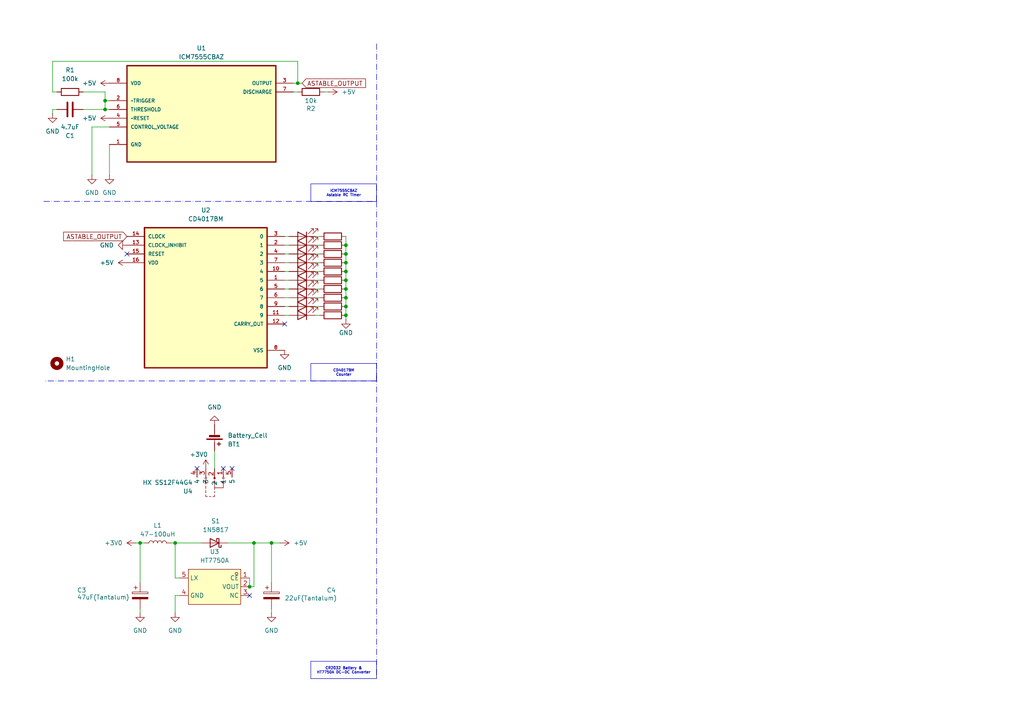
<source format=kicad_sch>
(kicad_sch (version 20231120) (generator "eeschema") (generator_version "8.0")
  (paper "A4")
  (lib_symbols
    (symbol "CD4017BM:CD4017BM" (pin_names (offset 1.016))
      (property "Reference" "U" (at -17.78 21.32 0))
      (property "Value" "CD4017BM" (at -17.78 -24.32 0))
      (symbol "CD4017BM_0_0"
        (rectangle (start -17.78 -20.32) (end 17.78 20.32) (stroke (width 0.41)) (fill (type background)))
        (pin output line (at 22.86 5.08 180) (length 5.08) (name "5") (number "1"))
        (pin output line (at 22.86 7.62 180) (length 5.08) (name "4") (number "10"))
        (pin output line (at 22.86 -5.08 180) (length 5.08) (name "9") (number "11"))
        (pin output line (at 22.86 -7.62 180) (length 5.08) (name "CARRY_OUT") (number "12"))
        (pin input line (at -22.86 15.24 0) (length 5.08) (name "CLOCK_INHIBIT") (number "13"))
        (pin input line (at -22.86 17.78 0) (length 5.08) (name "CLOCK") (number "14"))
        (pin input line (at -22.86 12.7 0) (length 5.08) (name "RESET") (number "15"))
        (pin input line (at -22.86 10.16 0) (length 5.08) (name "VDD") (number "16"))
        (pin output line (at 22.86 15.24 180) (length 5.08) (name "1") (number "2"))
        (pin output line (at 22.86 17.78 180) (length 5.08) (name "0") (number "3"))
        (pin output line (at 22.86 12.7 180) (length 5.08) (name "2") (number "4"))
        (pin output line (at 22.86 2.54 180) (length 5.08) (name "6") (number "5"))
        (pin output line (at 22.86 0 180) (length 5.08) (name "7") (number "6"))
        (pin output line (at 22.86 10.16 180) (length 5.08) (name "3") (number "7"))
        (pin power_in line (at 22.86 -15.24 180) (length 5.08) (name "VSS") (number "8"))
        (pin output line (at 22.86 -2.54 180) (length 5.08) (name "8") (number "9"))
      )
    )
    (symbol "Device:Battery_Cell" (pin_numbers hide) (pin_names (offset 0) hide)
      (property "Reference" "BT" (at 2.54 2.54 0))
      (property "Value" "Battery_Cell" (at 2.54 0 0))
      (symbol "Battery_Cell_0_1"
        (rectangle (start -2.286 1.778) (end 2.286 1.524) (fill (type outline)))
        (rectangle (start -1.524 1.016) (end 1.524 0.508) (fill (type outline)))
        (polyline (pts (xy 0 0.762) (xy 0 0)))
        (polyline (pts (xy 0 1.778) (xy 0 2.54)))
        (polyline (pts (xy 0.762 3.048) (xy 1.778 3.048)) (stroke (width 0.254)))
        (polyline (pts (xy 1.27 3.556) (xy 1.27 2.54)) (stroke (width 0.254)))
      )
      (symbol "Battery_Cell_1_1"
        (pin passive line (at 0 5.08 270) (length 2.54) (name "+") (number "1"))
        (pin passive line (at 0 -2.54 90) (length 2.54) (name "-") (number "2"))
      )
    )
    (symbol "Device:C" (pin_numbers hide) (pin_names (offset 0.254))
      (property "Reference" "C" (at 0.635 2.54 0))
      (property "Value" "C" (at 0.635 -2.54 0))
      (symbol "C_0_1"
        (polyline (pts (xy -2.032 -0.762) (xy 2.032 -0.762)) (stroke (width 0.508)))
        (polyline (pts (xy -2.032 0.762) (xy 2.032 0.762)) (stroke (width 0.508)))
      )
      (symbol "C_1_1"
        (pin passive line (at 0 3.81 270) (length 2.794) (name "~") (number "1"))
        (pin passive line (at 0 -3.81 90) (length 2.794) (name "~") (number "2"))
      )
    )
    (symbol "Device:C_Polarized" (pin_numbers hide) (pin_names (offset 0.254))
      (property "Reference" "C" (at 0.635 2.54 0))
      (property "Value" "C_Polarized" (at 0.635 -2.54 0))
      (symbol "C_Polarized_0_1"
        (rectangle (start -2.286 0.508) (end 2.286 1.016))
        (polyline (pts (xy -1.778 2.286) (xy -0.762 2.286)))
        (polyline (pts (xy -1.27 2.794) (xy -1.27 1.778)))
        (rectangle (start 2.286 -0.508) (end -2.286 -1.016) (fill (type outline)))
      )
      (symbol "C_Polarized_1_1"
        (pin passive line (at 0 3.81 270) (length 2.794) (name "~") (number "1"))
        (pin passive line (at 0 -3.81 90) (length 2.794) (name "~") (number "2"))
      )
    )
    (symbol "Device:L" (pin_numbers hide) (pin_names (offset 1.016) hide)
      (property "Reference" "L" (at -1.27 0 90))
      (property "Value" "L" (at 1.905 0 90))
      (symbol "L_0_1"
        (arc (start 0 -2.54) (mid 0.6323 -1.905) (end 0 -1.27))
        (arc (start 0 -1.27) (mid 0.6323 -0.635) (end 0 0))
        (arc (start 0 0) (mid 0.6323 0.635) (end 0 1.27))
        (arc (start 0 1.27) (mid 0.6323 1.905) (end 0 2.54))
      )
      (symbol "L_1_1"
        (pin passive line (at 0 3.81 270) (length 1.27) (name "1") (number "1"))
        (pin passive line (at 0 -3.81 90) (length 1.27) (name "2") (number "2"))
      )
    )
    (symbol "Device:LED" (pin_numbers hide) (pin_names (offset 1.016) hide)
      (property "Reference" "D" (at 0 2.54 0))
      (property "Value" "LED" (at 0 -2.54 0))
      (symbol "LED_0_1"
        (polyline (pts (xy -1.27 -1.27) (xy -1.27 1.27)) (stroke (width 0.254)))
        (polyline (pts (xy -1.27 0) (xy 1.27 0)))
        (polyline (pts (xy 1.27 -1.27) (xy 1.27 1.27) (xy -1.27 0) (xy 1.27 -1.27)) (stroke (width 0.254)))
        (polyline (pts (xy -3.048 -0.762) (xy -4.572 -2.286) (xy -3.81 -2.286) (xy -4.572 -2.286) (xy -4.572 -1.524)))
        (polyline (pts (xy -1.778 -0.762) (xy -3.302 -2.286) (xy -2.54 -2.286) (xy -3.302 -2.286) (xy -3.302 -1.524)))
      )
      (symbol "LED_1_1"
        (pin passive line (at -3.81 0 0) (length 2.54) (name "K") (number "1"))
        (pin passive line (at 3.81 0 180) (length 2.54) (name "A") (number "2"))
      )
    )
    (symbol "Device:R" (pin_numbers hide) (pin_names (offset 0))
      (property "Reference" "R" (at 2.032 0 90))
      (property "Value" "R" (at 0 0 90))
      (symbol "R_0_1"
        (rectangle (start -1.016 -2.54) (end 1.016 2.54) (stroke (width 0.254)))
      )
      (symbol "R_1_1"
        (pin passive line (at 0 3.81 270) (length 1.27) (name "~") (number "1"))
        (pin passive line (at 0 -3.81 90) (length 1.27) (name "~") (number "2"))
      )
    )
    (symbol "Diode:1N5817" (pin_numbers hide) (pin_names (offset 1.016) hide)
      (property "Reference" "D" (at 0 2.54 0))
      (property "Value" "1N5817" (at 0 -2.54 0))
      (symbol "1N5817_0_1"
        (polyline (pts (xy 1.27 0) (xy -1.27 0)))
        (polyline (pts (xy 1.27 1.27) (xy 1.27 -1.27) (xy -1.27 0) (xy 1.27 1.27)) (stroke (width 0.254)))
        (polyline (pts (xy -1.905 0.635) (xy -1.905 1.27) (xy -1.27 1.27) (xy -1.27 -1.27) (xy -0.635 -1.27) (xy -0.635 -0.635)) (stroke (width 0.254)))
      )
      (symbol "1N5817_1_1"
        (pin passive line (at -3.81 0 0) (length 2.54) (name "K") (number "1"))
        (pin passive line (at 3.81 0 180) (length 2.54) (name "A") (number "2"))
      )
    )
    (symbol "HT7750A:HT7750A_C259884"
      (property "Reference" "U" (at 0 7.62 0))
      (property "Value" "HT7750A_C259884" (at 0 -7.62 0))
      (symbol "HT7750A_C259884_0_1"
        (rectangle (start -7.62 5.08) (end 7.62 -5.08) (fill (type background)))
        (circle (center -6.35 3.81) (radius 0.38))
        (pin unspecified line (at -10.16 2.54 0) (length 2.54) (name "CE") (number "1"))
        (pin unspecified line (at -10.16 0 0) (length 2.54) (name "VOUT") (number "2"))
        (pin unspecified line (at -10.16 -2.54 0) (length 2.54) (name "NC") (number "3"))
        (pin unspecified line (at 10.16 -2.54 180) (length 2.54) (name "GND") (number "4"))
        (pin unspecified line (at 10.16 2.54 180) (length 2.54) (name "LX") (number "5"))
      )
    )
    (symbol "HXSS12F44G4:HXSS12F44G4"
      (property "Reference" "U" (at 0 2.54 0))
      (property "Value" "HX SS12F44G4" (at 0 -7.62 0))
      (symbol "HXSS12F44G4_0_1"
        (circle (center -2.54 0.25) (radius 0.25))
        (polyline (pts (xy -2.54 1.02) (xy -2.79 1.78)))
        (polyline (pts (xy -2.54 1.02) (xy -2.29 1.78)))
        (polyline (pts (xy 0 1.02) (xy -0.25 1.78)))
        (polyline (pts (xy 0 1.02) (xy 0.25 1.78)))
        (polyline (pts (xy 0 3.05) (xy 0 3.56)))
        (polyline (pts (xy 0 4.06) (xy 0 4.57)))
        (polyline (pts (xy 0 5.08) (xy 0 5.59)))
        (polyline (pts (xy 0 5.59) (xy 0.51 5.59)))
        (polyline (pts (xy 1.02 5.59) (xy 1.52 5.59)))
        (polyline (pts (xy 2.03 5.59) (xy 2.54 5.59)))
        (polyline (pts (xy 2.54 1.02) (xy 2.29 1.78)))
        (polyline (pts (xy 2.54 1.02) (xy 2.79 1.78)))
        (polyline (pts (xy 2.54 1.27) (xy 2.54 1.02)))
        (polyline (pts (xy 2.54 2.03) (xy 2.54 1.27)))
        (polyline (pts (xy 2.54 3.3) (xy 2.54 2.54)))
        (polyline (pts (xy 2.54 4.57) (xy 2.54 3.81)))
        (polyline (pts (xy 2.54 5.59) (xy 2.54 5.08)))
        (polyline (pts (xy -2.54 1.02) (xy -2.54 3.05) (xy 0 3.05) (xy 0 1.02)))
        (circle (center 0 0.25) (radius 0.25))
        (circle (center 2.54 0.25) (radius 0.25))
        (pin unspecified line (at -2.54 -2.54 90) (length 2.54) (name "1") (number "1"))
        (pin unspecified line (at 0 -2.54 90) (length 3.048) (name "2") (number "2"))
        (pin unspecified line (at 2.54 -2.54 90) (length 2.54) (name "3") (number "3"))
        (pin unspecified line (at 5.08 -2.54 90) (length 2.54) (name "4") (number "4"))
        (pin unspecified line (at -5.08 -2.54 90) (length 2.54) (name "5") (number "5"))
      )
    )
    (symbol "ICM7555CBAZ:ICM7555CBAZ" (pin_names (offset 1.016))
      (property "Reference" "U" (at -5.3654 14.2145 0))
      (property "Value" "ICM7555CBAZ" (at -4.4515 -22.7917 0))
      (symbol "ICM7555CBAZ_0_0"
        (rectangle (start -21.59 -17.78) (end 21.59 10.16) (stroke (width 0.4064)) (fill (type background)))
        (pin passive line (at -26.67 -12.7 0) (length 5.08) (name "GND") (number "1"))
        (pin input line (at -26.67 0 0) (length 5.08) (name "~TRIGGER") (number "2"))
        (pin output line (at 26.67 5.08 180) (length 5.08) (name "OUTPUT") (number "3"))
        (pin input line (at -26.67 -5.08 0) (length 5.08) (name "~RESET") (number "4"))
        (pin input line (at -26.67 -7.62 0) (length 5.08) (name "CONTROL_VOLTAGE") (number "5"))
        (pin input line (at -26.67 -2.54 0) (length 5.08) (name "THRESHOLD") (number "6"))
        (pin output line (at 26.67 2.54 180) (length 5.08) (name "DISCHARGE") (number "7"))
        (pin power_in line (at -26.67 5.08 0) (length 5.08) (name "VDD") (number "8"))
      )
    )
    (symbol "Mechanical:MountingHole" (pin_names (offset 1.016)) (exclude_from_sim yes) (in_bom no)
      (property "Reference" "H" (at 0 5.08 0))
      (property "Value" "MountingHole" (at 0 3.175 0))
      (symbol "MountingHole_0_1"
        (circle (center 0 0) (radius 1.27) (stroke (width 1.27)))
      )
    )
    (symbol "power:+3V0" (power) (pin_numbers hide) (pin_names (offset 0) hide)
      (property "Value" "+3V0" (at 0 3.556 0))
      (symbol "+3V0_0_1"
        (polyline (pts (xy -0.762 1.27) (xy 0 2.54)))
        (polyline (pts (xy 0 0) (xy 0 2.54)))
        (polyline (pts (xy 0 2.54) (xy 0.762 1.27)))
      )
      (symbol "+3V0_1_1"
        (pin power_in line (at 0 0 90) (length 0) (name "~") (number "1"))
      )
    )
    (symbol "power:+3V3" (power) (pin_numbers hide) (pin_names (offset 0) hide)
      (property "Value" "+3V3" (at 0 3.556 0))
      (symbol "+3V3_0_1"
        (polyline (pts (xy -0.762 1.27) (xy 0 2.54)))
        (polyline (pts (xy 0 0) (xy 0 2.54)))
        (polyline (pts (xy 0 2.54) (xy 0.762 1.27)))
      )
      (symbol "+3V3_1_1"
        (pin power_in line (at 0 0 90) (length 0) (name "~") (number "1"))
      )
    )
    (symbol "power:GND" (power) (pin_numbers hide) (pin_names (offset 0) hide)
      (property "Value" "GND" (at 0 -3.81 0))
      (symbol "GND_0_1"
        (polyline (pts (xy 0 0) (xy 0 -1.27) (xy 1.27 -1.27) (xy 0 -2.54) (xy -1.27 -1.27) (xy 0 -1.27)))
      )
      (symbol "GND_1_1"
        (pin power_in line (at 0 0 270) (length 0) (name "~") (number "1"))
      )
    )
  )
  (junction (at 100.33 91.44))
  (junction (at 100.33 83.82))
  (junction (at 72.39 170.18))
  (junction (at 100.33 86.36))
  (junction (at 100.33 76.2))
  (junction (at 78.74 157.48))
  (junction (at 30.48 29.21))
  (junction (at 73.66 157.48))
  (junction (at 40.64 157.48))
  (junction (at 30.48 31.75))
  (junction (at 100.33 81.28))
  (junction (at 100.33 73.66))
  (junction (at 100.33 78.74))
  (junction (at 100.33 71.12))
  (junction (at 86.36 24.13))
  (junction (at 100.33 88.9))
  (junction (at 50.8 157.48))
  (no_connect (at 82.55 93.98))
  (no_connect (at 64.77 135.89))
  (no_connect (at 72.39 172.72))
  (no_connect (at 67.31 135.89))
  (no_connect (at 36.83 73.66))
  (no_connect (at 57.15 135.89))
  (wire (pts (xy 30.48 29.21) (xy 30.48 31.75)))
  (wire (pts (xy 82.55 73.66) (xy 83.82 73.66)))
  (wire (pts (xy 30.48 31.75) (xy 24.13 31.75)))
  (wire (pts (xy 100.33 68.58) (xy 100.33 71.12)))
  (wire (pts (xy 24.13 26.67) (xy 30.48 26.67)))
  (wire (pts (xy 91.44 76.2) (xy 92.71 76.2)))
  (wire (pts (xy 30.48 29.21) (xy 31.75 29.21)))
  (wire (pts (xy 91.44 88.9) (xy 92.71 88.9)))
  (wire (pts (xy 82.55 83.82) (xy 83.82 83.82)))
  (wire (pts (xy 82.55 86.36) (xy 83.82 86.36)))
  (polyline (pts (xy 109.22 12.7) (xy 109.22 58.42)) (stroke (width 0) (type dash_dot)))
  (wire (pts (xy 31.75 31.75) (xy 30.48 31.75)))
  (wire (pts (xy 82.55 81.28) (xy 83.82 81.28)))
  (wire (pts (xy 73.66 157.48) (xy 66.04 157.48)))
  (wire (pts (xy 86.36 24.13) (xy 85.09 24.13)))
  (wire (pts (xy 100.33 73.66) (xy 100.33 76.2)))
  (wire (pts (xy 78.74 157.48) (xy 73.66 157.48)))
  (wire (pts (xy 78.74 177.8) (xy 78.74 176.53)))
  (wire (pts (xy 91.44 73.66) (xy 92.71 73.66)))
  (wire (pts (xy 100.33 78.74) (xy 100.33 81.28)))
  (wire (pts (xy 26.67 36.83) (xy 26.67 50.8)))
  (polyline (pts (xy 109.22 109.22) (xy 109.22 196.85)) (stroke (width 0) (type dash_dot)))
  (wire (pts (xy 26.67 36.83) (xy 31.75 36.83)))
  (wire (pts (xy 91.44 83.82) (xy 92.71 83.82)))
  (wire (pts (xy 82.55 76.2) (xy 83.82 76.2)))
  (polyline (pts (xy 109.22 110.49) (xy 12.7 110.49)) (stroke (width 0) (type dash_dot)))
  (polyline (pts (xy 12.7 58.42) (xy 109.22 58.42)) (stroke (width 0) (type dash_dot)))
  (wire (pts (xy 78.74 168.91) (xy 78.74 157.48)))
  (wire (pts (xy 15.24 17.78) (xy 15.24 26.67)))
  (wire (pts (xy 40.64 177.8) (xy 40.64 176.53)))
  (wire (pts (xy 72.39 170.18) (xy 73.66 170.18)))
  (wire (pts (xy 100.33 81.28) (xy 100.33 83.82)))
  (wire (pts (xy 62.23 130.81) (xy 62.23 135.89)))
  (wire (pts (xy 40.64 157.48) (xy 40.64 168.91)))
  (wire (pts (xy 91.44 71.12) (xy 92.71 71.12)))
  (wire (pts (xy 50.8 157.48) (xy 50.8 167.64)))
  (polyline (pts (xy 109.22 58.42) (xy 109.22 110.49)) (stroke (width 0) (type dash_dot)))
  (wire (pts (xy 82.55 68.58) (xy 83.82 68.58)))
  (wire (pts (xy 50.8 157.48) (xy 58.42 157.48)))
  (wire (pts (xy 15.24 31.75) (xy 15.24 33.02)))
  (wire (pts (xy 91.44 91.44) (xy 92.71 91.44)))
  (wire (pts (xy 92.71 81.28) (xy 91.44 81.28)))
  (wire (pts (xy 100.33 91.44) (xy 100.33 92.71)))
  (wire (pts (xy 50.8 167.64) (xy 52.07 167.64)))
  (wire (pts (xy 100.33 71.12) (xy 100.33 73.66)))
  (wire (pts (xy 100.33 83.82) (xy 100.33 86.36)))
  (wire (pts (xy 93.98 26.67) (xy 95.25 26.67)))
  (wire (pts (xy 86.36 24.13) (xy 87.63 24.13)))
  (wire (pts (xy 91.44 86.36) (xy 92.71 86.36)))
  (wire (pts (xy 50.8 177.8) (xy 50.8 172.72)))
  (wire (pts (xy 86.36 17.78) (xy 15.24 17.78)))
  (wire (pts (xy 82.55 78.74) (xy 83.82 78.74)))
  (wire (pts (xy 30.48 26.67) (xy 30.48 29.21)))
  (wire (pts (xy 15.24 31.75) (xy 16.51 31.75)))
  (wire (pts (xy 72.39 167.64) (xy 72.39 170.18)))
  (wire (pts (xy 31.75 41.91) (xy 31.75 50.8)))
  (wire (pts (xy 91.44 78.74) (xy 92.71 78.74)))
  (wire (pts (xy 49.53 157.48) (xy 50.8 157.48)))
  (wire (pts (xy 86.36 24.13) (xy 86.36 17.78)))
  (wire (pts (xy 100.33 86.36) (xy 100.33 88.9)))
  (wire (pts (xy 85.09 26.67) (xy 86.36 26.67)))
  (wire (pts (xy 15.24 26.67) (xy 16.51 26.67)))
  (wire (pts (xy 41.91 157.48) (xy 40.64 157.48)))
  (wire (pts (xy 100.33 88.9) (xy 100.33 91.44)))
  (wire (pts (xy 91.44 68.58) (xy 92.71 68.58)))
  (wire (pts (xy 50.8 172.72) (xy 52.07 172.72)))
  (wire (pts (xy 39.37 157.48) (xy 40.64 157.48)))
  (wire (pts (xy 100.33 76.2) (xy 100.33 78.74)))
  (wire (pts (xy 73.66 170.18) (xy 73.66 157.48)))
  (wire (pts (xy 82.55 91.44) (xy 83.82 91.44)))
  (wire (pts (xy 82.55 88.9) (xy 83.82 88.9)))
  (wire (pts (xy 78.74 157.48) (xy 81.28 157.48)))
  (wire (pts (xy 82.55 71.12) (xy 83.82 71.12)))
  (text_box "CR2032 Battery &\nHT7750A DC-DC Converter\n\n" (at 90.17 191.77 0) (size 19.05 5.08) (fill (type color) (color 255 255 255 1)) (effects (font (size 0.762 0.762))))
  (text_box "CD4017BM\nCounter" (at 90.17 105.41 0) (size 19.05 5.08) (fill (type color) (color 255 255 255 1)) (effects (font (size 0.762 0.762))))
  (text_box "ICM7555CBAZ \nAstable RC Timer\n" (at 90.17 53.34 0) (size 19.05 5.08) (fill (type color) (color 255 255 255 1)) (effects (font (size 0.762 0.762))))
  (global_label "ASTABLE_OUTPUT" (shape input) (at 87.63 24.13 0) (property "Intersheetrefs" "${INTERSHEET_REFS}" (effects (hide yes))))
  (global_label "ASTABLE_OUTPUT" (shape input) (at 36.83 68.58 180) (property "Intersheetrefs" "${INTERSHEET_REFS}" (effects (hide yes))))
  (symbol (lib_id "power:+3V3") (at 31.75 24.13 90) (unit 1)
    (property "Reference" "#PWR08" (effects (hide yes)))
    (property "Value" "+5V" (at 27.94 24.1299 90) (effects (justify left)))
    (property "Description" "Power symbol creates a global label with name \"+3V3\"" (effects (hide yes)))
  )
  (symbol (lib_id "Device:R") (at 96.52 78.74 90) (unit 1)
    (property "Reference" "R11" (effects (hide yes)))
    (property "Value" "3.3k" (effects (hide yes)))
    (property "Footprint" "FOOTPRINTS:0402WGJ0332TCE" (effects (hide yes)))
    (property "Description" "Resistor" (effects (hide yes)))
  )
  (symbol (lib_id "Device:R") (at 96.52 86.36 90) (unit 1)
    (property "Reference" "R8" (effects (hide yes)))
    (property "Value" "3.3k" (effects (hide yes)))
    (property "Footprint" "FOOTPRINTS:0402WGJ0332TCE" (effects (hide yes)))
    (property "Description" "Resistor" (effects (hide yes)))
  )
  (symbol (lib_id "Device:R") (at 96.52 91.44 90) (unit 1)
    (property "Reference" "R12" (effects (hide yes)))
    (property "Value" "3.3k" (effects (hide yes)))
    (property "Footprint" "FOOTPRINTS:0402WGJ0332TCE" (effects (hide yes)))
    (property "Description" "Resistor" (effects (hide yes)))
  )
  (symbol (lib_id "Device:R") (at 96.52 88.9 90) (unit 1)
    (property "Reference" "R10" (effects (hide yes)))
    (property "Value" "3.3k" (effects (hide yes)))
    (property "Footprint" "FOOTPRINTS:0402WGJ0332TCE" (effects (hide yes)))
    (property "Description" "Resistor" (effects (hide yes)))
  )
  (symbol (lib_id "power:GND") (at 40.64 177.8 0) (unit 1)
    (property "Reference" "#PWR013" (effects (hide yes)))
    (property "Value" "GND" (at 40.64 182.88 0))
    (property "Description" "Power symbol creates a global label with name \"GND\" , ground" (effects (hide yes)))
  )
  (symbol (lib_id "Device:LED") (at 87.63 81.28 180) (unit 1)
    (property "Reference" "D1" (effects (hide yes)))
    (property "Value" "LED" (effects (hide yes)))
    (property "Footprint" "LED_THT:LED_D3.0mm" (effects (hide yes)))
    (property "Description" "Light emitting diode" (effects (hide yes)))
  )
  (symbol (lib_id "power:GND") (at 36.83 71.12 270) (unit 1)
    (property "Reference" "#PWR04" (effects (hide yes)))
    (property "Value" "GND" (at 33.02 71.1199 90) (effects (justify right)))
    (property "Description" "Power symbol creates a global label with name \"GND\" , ground" (effects (hide yes)))
  )
  (symbol (lib_id "Device:R") (at 96.52 71.12 90) (unit 1)
    (property "Reference" "R4" (effects (hide yes)))
    (property "Value" "3.3k" (effects (hide yes)))
    (property "Footprint" "FOOTPRINTS:0402WGJ0332TCE" (effects (hide yes)))
    (property "Description" "Resistor" (effects (hide yes)))
  )
  (symbol (lib_id "power:+3V0") (at 59.69 135.89 0) (unit 1)
    (property "Reference" "#PWR07" (effects (hide yes)))
    (property "Value" "+3V0" (at 57.658 131.826 0))
    (property "Description" "Power symbol creates a global label with name \"+3V0\"" (effects (hide yes)))
  )
  (symbol (lib_id "power:+3V0") (at 39.37 157.48 90) (unit 1)
    (property "Reference" "#PWR015" (effects (hide yes)))
    (property "Value" "+3V0" (at 35.56 157.4799 90) (effects (justify left)))
    (property "Description" "Power symbol creates a global label with name \"+3V0\"" (effects (hide yes)))
  )
  (symbol (lib_id "Device:C_Polarized") (at 40.64 172.72 0) (unit 1)
    (property "Reference" "C3" (at 22.352 171.196 0) (effects (justify left)))
    (property "Value" "47uF(Tantalum)" (at 22.352 173.228 0) (effects (justify left)))
    (property "Footprint" "FOOTPRINTS:TAJA476K006RNJ" (effects (hide yes)))
    (property "Description" "Polarized capacitor" (effects (hide yes)))
  )
  (symbol (lib_id "Device:LED") (at 87.63 91.44 180) (unit 1)
    (property "Reference" "D10" (effects (hide yes)))
    (property "Value" "LED" (effects (hide yes)))
    (property "Footprint" "LED_THT:LED_D3.0mm" (effects (hide yes)))
    (property "Description" "Light emitting diode" (effects (hide yes)))
  )
  (symbol (lib_id "Device:R") (at 20.32 26.67 270) (unit 1)
    (property "Reference" "R1" (at 20.32 20.32 90))
    (property "Value" "100k" (at 20.32 22.86 90))
    (property "Footprint" "FOOTPRINTS:0603WAJ0104T5E" (effects (hide yes)))
    (property "Description" "Resistor" (effects (hide yes)))
  )
  (symbol (lib_id "Device:C") (at 20.32 31.75 270) (mirror x) (unit 1)
    (property "Reference" "C1" (at 20.32 39.37 90))
    (property "Value" "4.7uF" (at 20.32 36.83 90))
    (property "Footprint" "FOOTPRINTS:CL10A475KP8NNNC" (effects (hide yes)))
    (property "Description" "Unpolarized capacitor" (effects (hide yes)))
  )
  (symbol (lib_id "power:GND") (at 82.55 101.6 0) (unit 1)
    (property "Reference" "#PWR05" (effects (hide yes)))
    (property "Value" "GND" (at 82.55 106.68 0))
    (property "Description" "Power symbol creates a global label with name \"GND\" , ground" (effects (hide yes)))
  )
  (symbol (lib_id "power:GND") (at 31.75 50.8 0) (unit 1)
    (property "Reference" "#PWR01" (effects (hide yes)))
    (property "Value" "GND" (at 31.75 55.88 0))
    (property "Description" "Power symbol creates a global label with name \"GND\" , ground" (effects (hide yes)))
  )
  (symbol (lib_id "ICM7555CBAZ:ICM7555CBAZ") (at 58.42 29.21 0) (unit 1)
    (property "Reference" "U1" (at 58.42 13.97 0))
    (property "Value" "ICM7555CBAZ" (at 58.42 16.51 0))
    (property "Footprint" "FOOTPRINTS:ICM7555CBAZ" (effects (hide yes)))
    (property "MF" "Renesas Electronics America Inc" (effects (hide yes)))
    (property "Description_1" "\n                        \n                            555 Type, Timer/Oscillator (Single) IC 1MHz 8-SOIC\n                        \n" (effects (hide yes)))
    (property "PACKAGE" "8-SOIC" (effects (hide yes)))
    (property "MPN" "ICM7555CBAZ" (effects (hide yes)))
    (property "Price" "None" (effects (hide yes)))
    (property "Package" "SOIC-8 Renesas Electronics America Inc" (effects (hide yes)))
    (property "OC_FARNELL" "1561939" (effects (hide yes)))
    (property "SnapEDA_Link" "https://www.snapeda.com/parts/ICM7555CBAZ/Renesas/view-part/?ref=snap" (effects (hide yes)))
    (property "MP" "ICM7555CBAZ" (effects (hide yes)))
    (property "SUPPLIER" "Intersil" (effects (hide yes)))
    (property "OC_NEWARK" "57K3899" (effects (hide yes)))
    (property "Availability" "In Stock" (effects (hide yes)))
    (property "Check_prices" "https://www.snapeda.com/parts/ICM7555CBAZ/Renesas/view-part/?ref=eda" (effects (hide yes)))
  )
  (symbol (lib_id "power:+3V3") (at 95.25 26.67 270) (mirror x) (unit 1)
    (property "Reference" "#PWR011" (effects (hide yes)))
    (property "Value" "+5V" (at 99.06 26.6699 90) (effects (justify left)))
    (property "Description" "Power symbol creates a global label with name \"+3V3\"" (effects (hide yes)))
  )
  (symbol (lib_id "Device:R") (at 96.52 73.66 90) (unit 1)
    (property "Reference" "R6" (effects (hide yes)))
    (property "Value" "3.3k" (effects (hide yes)))
    (property "Footprint" "FOOTPRINTS:0402WGJ0332TCE" (effects (hide yes)))
    (property "Description" "Resistor" (effects (hide yes)))
  )
  (symbol (lib_id "Device:LED") (at 87.63 68.58 180) (unit 1)
    (property "Reference" "D3" (effects (hide yes)))
    (property "Value" "LED" (effects (hide yes)))
    (property "Footprint" "LED_THT:LED_D3.0mm" (effects (hide yes)))
    (property "Description" "Light emitting diode" (effects (hide yes)))
  )
  (symbol (lib_id "power:+3V3") (at 81.28 157.48 270) (unit 1)
    (property "Reference" "#PWR017" (effects (hide yes)))
    (property "Value" "+5V" (at 85.09 157.4799 90) (effects (justify left)))
    (property "Description" "Power symbol creates a global label with name \"+3V3\"" (effects (hide yes)))
  )
  (symbol (lib_id "power:+3V3") (at 31.75 34.29 90) (unit 1)
    (property "Reference" "#PWR09" (effects (hide yes)))
    (property "Value" "+5V" (at 27.94 34.2899 90) (effects (justify left)))
    (property "Description" "Power symbol creates a global label with name \"+3V3\"" (effects (hide yes)))
  )
  (symbol (lib_id "power:+3V3") (at 36.83 76.2 90) (unit 1)
    (property "Reference" "#PWR010" (effects (hide yes)))
    (property "Value" "+5V" (at 33.02 76.1999 90) (effects (justify left)))
    (property "Description" "Power symbol creates a global label with name \"+3V3\"" (effects (hide yes)))
  )
  (symbol (lib_id "HT7750A:HT7750A_C259884") (at 62.23 170.18 0) (mirror y) (unit 1)
    (property "Reference" "U3" (at 62.23 160.02 0))
    (property "Value" "HT7750A" (at 62.23 162.56 0))
    (property "Footprint" "FOOTPRINTS:HT7750A" (effects (hide yes)))
    (property "Datasheet" "https://lcsc.com/product-detail/Others_Holtek-Semicon-HT7750A_C259884.html" (effects (hide yes)))
    (property "LCSC Part" "C259884" (effects (hide yes)))
  )
  (symbol (lib_id "Device:Battery_Cell") (at 62.23 125.73 0) (mirror x) (unit 1)
    (property "Reference" "BT1" (at 66.04 128.8416 0) (effects (justify left)))
    (property "Value" "Battery_Cell" (at 66.04 126.3016 0) (effects (justify left)))
    (property "Footprint" "Battery:BatteryHolder_Keystone_1060_1x2032" (effects (hide yes)))
    (property "Description" "Single-cell battery" (effects (hide yes)))
  )
  (symbol (lib_id "Device:LED") (at 87.63 88.9 180) (unit 1)
    (property "Reference" "D8" (effects (hide yes)))
    (property "Value" "LED" (effects (hide yes)))
    (property "Footprint" "LED_THT:LED_D3.0mm" (effects (hide yes)))
    (property "Description" "Light emitting diode" (effects (hide yes)))
  )
  (symbol (lib_id "Device:LED") (at 87.63 78.74 180) (unit 1)
    (property "Reference" "D9" (effects (hide yes)))
    (property "Value" "LED" (effects (hide yes)))
    (property "Footprint" "LED_THT:LED_D3.0mm" (effects (hide yes)))
    (property "Description" "Light emitting diode" (effects (hide yes)))
  )
  (symbol (lib_id "power:GND") (at 15.24 33.02 0) (unit 1)
    (property "Reference" "#PWR02" (effects (hide yes)))
    (property "Value" "GND" (at 15.24 38.1 0))
    (property "Description" "Power symbol creates a global label with name \"GND\" , ground" (effects (hide yes)))
  )
  (symbol (lib_id "CD4017BM:CD4017BM") (at 59.69 86.36 0) (unit 1)
    (property "Reference" "U2" (at 59.69 60.96 0))
    (property "Value" "CD4017BM" (at 59.69 63.5 0))
    (property "Footprint" "FOOTPRINTS:CD4017BM" (effects (hide yes)))
    (property "MF" "Texas Instruments" (effects (hide yes)))
    (property "Description_1" "\n                        \n                            CMOS Decade Counter with 10 Decoded Outputs\n                        \n" (effects (hide yes)))
    (property "Package" "SOIC-16 Texas Instruments" (effects (hide yes)))
    (property "Price" "None" (effects (hide yes)))
    (property "SnapEDA_Link" "https://www.snapeda.com/parts/CD4017BM/Texas+Instruments/view-part/?ref=snap" (effects (hide yes)))
    (property "MP" "CD4017BM" (effects (hide yes)))
    (property "Availability" "In Stock" (effects (hide yes)))
    (property "Check_prices" "https://www.snapeda.com/parts/CD4017BM/Texas+Instruments/view-part/?ref=eda" (effects (hide yes)))
  )
  (symbol (lib_id "power:GND") (at 26.67 50.8 0) (unit 1)
    (property "Reference" "#PWR03" (effects (hide yes)))
    (property "Value" "GND" (at 26.67 55.88 0))
    (property "Description" "Power symbol creates a global label with name \"GND\" , ground" (effects (hide yes)))
  )
  (symbol (lib_id "Device:C_Polarized") (at 78.74 172.72 0) (unit 1)
    (property "Reference" "C4" (at 94.742 171.196 0) (effects (justify left)))
    (property "Value" "22uF(Tantalum)" (at 82.55 173.482 0) (effects (justify left)))
    (property "Footprint" "FOOTPRINTS:TAJA476K006RNJ" (effects (hide yes)))
    (property "Description" "Polarized capacitor" (effects (hide yes)))
  )
  (symbol (lib_id "Mechanical:MountingHole") (at 16.51 105.41 0) (unit 1) (exclude_from_sim yes) (in_bom no)
    (property "Reference" "H1" (at 19.05 104.1399 0) (effects (justify left)))
    (property "Value" "MountingHole" (at 19.05 106.6799 0) (effects (justify left)))
    (property "Footprint" "MountingHole:MountingHole_2.1mm" (effects (hide yes)))
    (property "Description" "Mounting Hole without connection" (effects (hide yes)))
  )
  (symbol (lib_id "HXSS12F44G4:HXSS12F44G4") (at 62.23 138.43 180) (unit 1)
    (property "Reference" "U4" (at 55.88 142.4951 0) (effects (justify left)))
    (property "Value" "HX SS12F44G4" (at 55.88 139.9551 0) (effects (justify left)))
    (property "Footprint" "FOOTPRINTS:HX SS12F44G4" (effects (hide yes)))
    (property "LCSC Part" "C5149844" (effects (hide yes)))
  )
  (symbol (lib_id "Device:LED") (at 87.63 86.36 180) (unit 1)
    (property "Reference" "D6" (effects (hide yes)))
    (property "Value" "LED" (effects (hide yes)))
    (property "Footprint" "LED_THT:LED_D3.0mm" (effects (hide yes)))
    (property "Description" "Light emitting diode" (effects (hide yes)))
  )
  (symbol (lib_id "Device:LED") (at 87.63 76.2 180) (unit 1)
    (property "Reference" "D7" (effects (hide yes)))
    (property "Value" "LED" (effects (hide yes)))
    (property "Footprint" "LED_THT:LED_D3.0mm" (effects (hide yes)))
    (property "Description" "Light emitting diode" (effects (hide yes)))
  )
  (symbol (lib_id "Device:R") (at 96.52 81.28 90) (unit 1)
    (property "Reference" "R3" (effects (hide yes)))
    (property "Value" "3.3k" (effects (hide yes)))
    (property "Footprint" "FOOTPRINTS:0402WGJ0332TCE" (effects (hide yes)))
    (property "Description" "Resistor" (effects (hide yes)))
  )
  (symbol (lib_id "Device:LED") (at 87.63 73.66 180) (unit 1)
    (property "Reference" "D4" (effects (hide yes)))
    (property "Value" "LED" (effects (hide yes)))
    (property "Footprint" "LED_THT:LED_D3.0mm" (effects (hide yes)))
    (property "Description" "Light emitting diode" (effects (hide yes)))
  )
  (symbol (lib_id "Device:R") (at 96.52 76.2 90) (unit 1)
    (property "Reference" "R9" (effects (hide yes)))
    (property "Value" "3.3k" (effects (hide yes)))
    (property "Footprint" "FOOTPRINTS:0402WGJ0332TCE" (effects (hide yes)))
    (property "Description" "Resistor" (effects (hide yes)))
  )
  (symbol (lib_id "power:GND") (at 78.74 177.8 0) (unit 1)
    (property "Reference" "#PWR016" (effects (hide yes)))
    (property "Value" "GND" (at 78.74 182.88 0))
    (property "Description" "Power symbol creates a global label with name \"GND\" , ground" (effects (hide yes)))
  )
  (symbol (lib_id "Device:R") (at 96.52 83.82 270) (unit 1)
    (property "Reference" "R7" (effects (hide yes)))
    (property "Value" "3.3k" (effects (hide yes)))
    (property "Footprint" "FOOTPRINTS:0402WGJ0332TCE" (effects (hide yes)))
    (property "Description" "Resistor" (effects (hide yes)))
  )
  (symbol (lib_id "Device:LED") (at 87.63 83.82 180) (unit 1)
    (property "Reference" "D5" (effects (hide yes)))
    (property "Value" "LED" (effects (hide yes)))
    (property "Footprint" "LED_THT:LED_D3.0mm" (effects (hide yes)))
    (property "Description" "Light emitting diode" (effects (hide yes)))
  )
  (symbol (lib_id "Device:R") (at 90.17 26.67 90) (mirror x) (unit 1)
    (property "Reference" "R2" (at 90.17 31.496 90))
    (property "Value" "10k" (at 90.17 29.21 90))
    (property "Footprint" "FOOTPRINTS:0402WGJ0103TCE" (effects (hide yes)))
    (property "Description" "Resistor" (effects (hide yes)))
  )
  (symbol (lib_id "Diode:1N5817") (at 62.23 157.48 180) (unit 1)
    (property "Reference" "S1" (at 62.5475 151.13 0))
    (property "Value" "1N5817" (at 62.5475 153.67 0))
    (property "Footprint" "FOOTPRINTS:1N5817W" (effects (hide yes)))
  )
  (symbol (lib_id "power:GND") (at 100.33 92.71 0) (unit 1)
    (property "Reference" "#PWR06" (effects (hide yes)))
    (property "Value" "GND" (at 100.33 96.52 0))
    (property "Description" "Power symbol creates a global label with name \"GND\" , ground" (effects (hide yes)))
  )
  (symbol (lib_id "Device:LED") (at 87.63 71.12 180) (unit 1)
    (property "Reference" "D2" (effects (hide yes)))
    (property "Value" "LED" (effects (hide yes)))
    (property "Footprint" "LED_THT:LED_D3.0mm" (effects (hide yes)))
    (property "Description" "Light emitting diode" (effects (hide yes)))
  )
  (symbol (lib_id "Device:R") (at 96.52 68.58 90) (unit 1)
    (property "Reference" "R5" (effects (hide yes)))
    (property "Value" "3.3k" (effects (hide yes)))
    (property "Footprint" "FOOTPRINTS:0402WGJ0332TCE" (effects (hide yes)))
    (property "Description" "Resistor" (effects (hide yes)))
  )
  (symbol (lib_id "Device:L") (at 45.72 157.48 90) (unit 1)
    (property "Reference" "L1" (at 45.72 152.4 90))
    (property "Value" "47-100uH" (at 45.72 154.94 90))
    (property "Footprint" "FOOTPRINTS:SDFL1608Q4R7KTF" (effects (hide yes)))
    (property "Description" "Inductor" (effects (hide yes)))
  )
  (symbol (lib_id "power:GND") (at 62.23 123.19 0) (mirror x) (unit 1)
    (property "Reference" "#PWR012" (effects (hide yes)))
    (property "Value" "GND" (at 62.23 118.11 0))
    (property "Description" "Power symbol creates a global label with name \"GND\" , ground" (effects (hide yes)))
  )
  (symbol (lib_id "power:GND") (at 50.8 177.8 0) (unit 1)
    (property "Reference" "#PWR014" (effects (hide yes)))
    (property "Value" "GND" (at 50.8 182.88 0))
    (property "Description" "Power symbol creates a global label with name \"GND\" , ground" (effects (hide yes)))
  )
)
</source>
